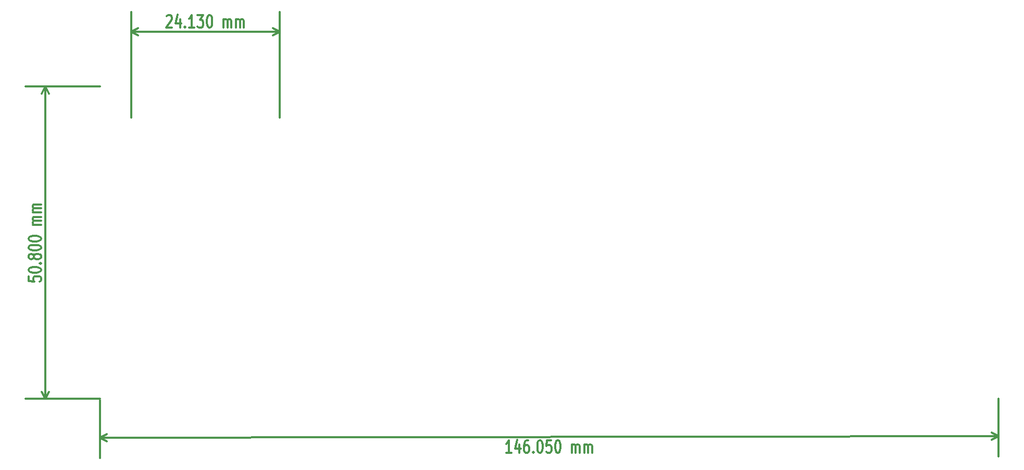
<source format=gbr>
G04 #@! TF.FileFunction,Drawing*
%FSLAX46Y46*%
G04 Gerber Fmt 4.6, Leading zero omitted, Abs format (unit mm)*
G04 Created by KiCad (PCBNEW 4.0.5+dfsg1-4) date Sun Dec 29 19:54:52 2019*
%MOMM*%
%LPD*%
G01*
G04 APERTURE LIST*
%ADD10C,0.100000*%
%ADD11C,0.304800*%
G04 APERTURE END LIST*
D10*
D11*
X45521639Y-85525430D02*
X45521639Y-86251144D01*
X46489258Y-86323715D01*
X46392496Y-86251144D01*
X46295734Y-86106001D01*
X46295734Y-85743144D01*
X46392496Y-85598001D01*
X46489258Y-85525430D01*
X46682782Y-85452858D01*
X47166591Y-85452858D01*
X47360115Y-85525430D01*
X47456877Y-85598001D01*
X47553639Y-85743144D01*
X47553639Y-86106001D01*
X47456877Y-86251144D01*
X47360115Y-86323715D01*
X45521639Y-84509429D02*
X45521639Y-84364286D01*
X45618401Y-84219143D01*
X45715163Y-84146572D01*
X45908687Y-84074001D01*
X46295734Y-84001429D01*
X46779544Y-84001429D01*
X47166591Y-84074001D01*
X47360115Y-84146572D01*
X47456877Y-84219143D01*
X47553639Y-84364286D01*
X47553639Y-84509429D01*
X47456877Y-84654572D01*
X47360115Y-84727143D01*
X47166591Y-84799715D01*
X46779544Y-84872286D01*
X46295734Y-84872286D01*
X45908687Y-84799715D01*
X45715163Y-84727143D01*
X45618401Y-84654572D01*
X45521639Y-84509429D01*
X47360115Y-83348286D02*
X47456877Y-83275714D01*
X47553639Y-83348286D01*
X47456877Y-83420857D01*
X47360115Y-83348286D01*
X47553639Y-83348286D01*
X46392496Y-82404858D02*
X46295734Y-82550000D01*
X46198972Y-82622572D01*
X46005449Y-82695143D01*
X45908687Y-82695143D01*
X45715163Y-82622572D01*
X45618401Y-82550000D01*
X45521639Y-82404858D01*
X45521639Y-82114572D01*
X45618401Y-81969429D01*
X45715163Y-81896858D01*
X45908687Y-81824286D01*
X46005449Y-81824286D01*
X46198972Y-81896858D01*
X46295734Y-81969429D01*
X46392496Y-82114572D01*
X46392496Y-82404858D01*
X46489258Y-82550000D01*
X46586020Y-82622572D01*
X46779544Y-82695143D01*
X47166591Y-82695143D01*
X47360115Y-82622572D01*
X47456877Y-82550000D01*
X47553639Y-82404858D01*
X47553639Y-82114572D01*
X47456877Y-81969429D01*
X47360115Y-81896858D01*
X47166591Y-81824286D01*
X46779544Y-81824286D01*
X46586020Y-81896858D01*
X46489258Y-81969429D01*
X46392496Y-82114572D01*
X45521639Y-80880857D02*
X45521639Y-80735714D01*
X45618401Y-80590571D01*
X45715163Y-80518000D01*
X45908687Y-80445429D01*
X46295734Y-80372857D01*
X46779544Y-80372857D01*
X47166591Y-80445429D01*
X47360115Y-80518000D01*
X47456877Y-80590571D01*
X47553639Y-80735714D01*
X47553639Y-80880857D01*
X47456877Y-81026000D01*
X47360115Y-81098571D01*
X47166591Y-81171143D01*
X46779544Y-81243714D01*
X46295734Y-81243714D01*
X45908687Y-81171143D01*
X45715163Y-81098571D01*
X45618401Y-81026000D01*
X45521639Y-80880857D01*
X45521639Y-79429428D02*
X45521639Y-79284285D01*
X45618401Y-79139142D01*
X45715163Y-79066571D01*
X45908687Y-78994000D01*
X46295734Y-78921428D01*
X46779544Y-78921428D01*
X47166591Y-78994000D01*
X47360115Y-79066571D01*
X47456877Y-79139142D01*
X47553639Y-79284285D01*
X47553639Y-79429428D01*
X47456877Y-79574571D01*
X47360115Y-79647142D01*
X47166591Y-79719714D01*
X46779544Y-79792285D01*
X46295734Y-79792285D01*
X45908687Y-79719714D01*
X45715163Y-79647142D01*
X45618401Y-79574571D01*
X45521639Y-79429428D01*
X47553639Y-77107142D02*
X46198972Y-77107142D01*
X46392496Y-77107142D02*
X46295734Y-77034570D01*
X46198972Y-76889428D01*
X46198972Y-76671713D01*
X46295734Y-76526570D01*
X46489258Y-76453999D01*
X47553639Y-76453999D01*
X46489258Y-76453999D02*
X46295734Y-76381428D01*
X46198972Y-76236285D01*
X46198972Y-76018570D01*
X46295734Y-75873428D01*
X46489258Y-75800856D01*
X47553639Y-75800856D01*
X47553639Y-75075142D02*
X46198972Y-75075142D01*
X46392496Y-75075142D02*
X46295734Y-75002570D01*
X46198972Y-74857428D01*
X46198972Y-74639713D01*
X46295734Y-74494570D01*
X46489258Y-74421999D01*
X47553639Y-74421999D01*
X46489258Y-74421999D02*
X46295734Y-74349428D01*
X46198972Y-74204285D01*
X46198972Y-73986570D01*
X46295734Y-73841428D01*
X46489258Y-73768856D01*
X47553639Y-73768856D01*
X48260001Y-105410000D02*
X48260001Y-54610000D01*
X57150000Y-105410000D02*
X45008801Y-105410000D01*
X57150000Y-54610000D02*
X45008801Y-54610000D01*
X48260001Y-54610000D02*
X48846422Y-55736504D01*
X48260001Y-54610000D02*
X47673580Y-55736504D01*
X48260001Y-105410000D02*
X48846422Y-104283496D01*
X48260001Y-105410000D02*
X47673580Y-104283496D01*
X124021463Y-114187657D02*
X123150607Y-114189171D01*
X123586035Y-114188414D02*
X123582501Y-112156417D01*
X123437863Y-112446955D01*
X123293058Y-112640731D01*
X123148083Y-112737745D01*
X125325391Y-112830720D02*
X125327747Y-114185385D01*
X124961188Y-112057257D02*
X124600856Y-113509315D01*
X125544283Y-113507674D01*
X126775640Y-112150864D02*
X126485354Y-112151368D01*
X126340380Y-112248383D01*
X126267977Y-112345271D01*
X126123339Y-112635809D01*
X126051442Y-113022981D01*
X126052788Y-113797075D01*
X126125695Y-113990473D01*
X126198435Y-114087108D01*
X126343745Y-114183618D01*
X126634031Y-114183113D01*
X126779006Y-114086099D01*
X126851408Y-113989211D01*
X126923643Y-113795561D01*
X126922802Y-113311752D01*
X126849894Y-113118355D01*
X126777154Y-113021719D01*
X126631843Y-112925210D01*
X126341558Y-112925715D01*
X126196584Y-113022729D01*
X126124181Y-113119617D01*
X126051946Y-113313267D01*
X127577122Y-113987948D02*
X127649862Y-114084584D01*
X127577459Y-114181472D01*
X127504719Y-114084837D01*
X127577122Y-113987948D01*
X127577459Y-114181472D01*
X128589923Y-112147708D02*
X128735066Y-112147456D01*
X128880377Y-112243965D01*
X128953116Y-112340601D01*
X129026024Y-112533998D01*
X129099269Y-112920919D01*
X129100110Y-113404728D01*
X129028211Y-113791901D01*
X128955977Y-113985550D01*
X128883574Y-114082439D01*
X128738600Y-114179453D01*
X128593457Y-114179705D01*
X128448146Y-114083196D01*
X128375407Y-113986560D01*
X128302498Y-113793163D01*
X128229254Y-113406242D01*
X128228413Y-112922433D01*
X128300311Y-112535261D01*
X128372546Y-112341611D01*
X128444949Y-112244723D01*
X128589923Y-112147708D01*
X130476777Y-112144427D02*
X129751064Y-112145689D01*
X129680176Y-113113433D01*
X129752579Y-113016545D01*
X129897553Y-112919530D01*
X130260410Y-112918899D01*
X130405721Y-113015409D01*
X130478460Y-113112044D01*
X130551369Y-113305442D01*
X130552210Y-113789250D01*
X130479975Y-113982900D01*
X130407572Y-114079788D01*
X130262598Y-114176802D01*
X129899741Y-114177433D01*
X129754430Y-114080924D01*
X129681691Y-113984288D01*
X131492777Y-112142660D02*
X131637920Y-112142407D01*
X131783231Y-112238917D01*
X131855970Y-112335553D01*
X131928877Y-112528950D01*
X132002122Y-112915870D01*
X132002964Y-113399680D01*
X131931065Y-113786852D01*
X131858831Y-113980502D01*
X131786428Y-114077390D01*
X131641453Y-114174404D01*
X131496311Y-114174657D01*
X131351000Y-114078147D01*
X131278260Y-113981512D01*
X131205352Y-113788114D01*
X131132108Y-113401194D01*
X131131267Y-112917385D01*
X131203164Y-112530212D01*
X131275400Y-112336562D01*
X131347802Y-112239674D01*
X131492777Y-112142660D01*
X133818593Y-114170618D02*
X133816237Y-112815953D01*
X133816574Y-113009477D02*
X133888977Y-112912589D01*
X134033951Y-112815574D01*
X134251666Y-112815196D01*
X134396977Y-112911705D01*
X134469884Y-113105103D01*
X134471735Y-114169482D01*
X134469884Y-113105103D02*
X134542118Y-112911453D01*
X134687093Y-112814439D01*
X134904808Y-112814060D01*
X135050118Y-112910569D01*
X135123026Y-113103967D01*
X135124877Y-114168346D01*
X135850590Y-114167084D02*
X135848234Y-112812419D01*
X135848571Y-113005943D02*
X135920974Y-112909055D01*
X136065948Y-112812041D01*
X136283663Y-112811662D01*
X136428974Y-112908171D01*
X136501881Y-113101569D01*
X136503732Y-114165948D01*
X136501881Y-113101569D02*
X136574115Y-112907919D01*
X136719090Y-112810905D01*
X136936805Y-112810526D01*
X137082115Y-112907035D01*
X137155023Y-113100433D01*
X137156874Y-114164812D01*
X57160600Y-111759095D02*
X203210600Y-111505095D01*
X57150000Y-105664000D02*
X57166254Y-115010290D01*
X203200000Y-105410000D02*
X203216254Y-114756290D01*
X203210600Y-111505095D02*
X202085118Y-112093474D01*
X203210600Y-111505095D02*
X202083078Y-110920634D01*
X57160600Y-111759095D02*
X58288122Y-112343556D01*
X57160600Y-111759095D02*
X58286082Y-111170716D01*
X67981285Y-43175162D02*
X68053856Y-43078400D01*
X68198999Y-42981638D01*
X68561856Y-42981638D01*
X68706999Y-43078400D01*
X68779570Y-43175162D01*
X68852142Y-43368686D01*
X68852142Y-43562210D01*
X68779570Y-43852495D01*
X67908713Y-45013638D01*
X68852142Y-45013638D01*
X70158428Y-43658971D02*
X70158428Y-45013638D01*
X69795571Y-42884876D02*
X69432714Y-44336305D01*
X70376142Y-44336305D01*
X70956714Y-44820114D02*
X71029286Y-44916876D01*
X70956714Y-45013638D01*
X70884143Y-44916876D01*
X70956714Y-44820114D01*
X70956714Y-45013638D01*
X72480714Y-45013638D02*
X71609857Y-45013638D01*
X72045285Y-45013638D02*
X72045285Y-42981638D01*
X71900142Y-43271924D01*
X71755000Y-43465448D01*
X71609857Y-43562210D01*
X72988714Y-42981638D02*
X73932143Y-42981638D01*
X73424143Y-43755733D01*
X73641857Y-43755733D01*
X73787000Y-43852495D01*
X73859571Y-43949257D01*
X73932143Y-44142781D01*
X73932143Y-44626590D01*
X73859571Y-44820114D01*
X73787000Y-44916876D01*
X73641857Y-45013638D01*
X73206429Y-45013638D01*
X73061286Y-44916876D01*
X72988714Y-44820114D01*
X74875572Y-42981638D02*
X75020715Y-42981638D01*
X75165858Y-43078400D01*
X75238429Y-43175162D01*
X75311000Y-43368686D01*
X75383572Y-43755733D01*
X75383572Y-44239543D01*
X75311000Y-44626590D01*
X75238429Y-44820114D01*
X75165858Y-44916876D01*
X75020715Y-45013638D01*
X74875572Y-45013638D01*
X74730429Y-44916876D01*
X74657858Y-44820114D01*
X74585286Y-44626590D01*
X74512715Y-44239543D01*
X74512715Y-43755733D01*
X74585286Y-43368686D01*
X74657858Y-43175162D01*
X74730429Y-43078400D01*
X74875572Y-42981638D01*
X77197858Y-45013638D02*
X77197858Y-43658971D01*
X77197858Y-43852495D02*
X77270430Y-43755733D01*
X77415572Y-43658971D01*
X77633287Y-43658971D01*
X77778430Y-43755733D01*
X77851001Y-43949257D01*
X77851001Y-45013638D01*
X77851001Y-43949257D02*
X77923572Y-43755733D01*
X78068715Y-43658971D01*
X78286430Y-43658971D01*
X78431572Y-43755733D01*
X78504144Y-43949257D01*
X78504144Y-45013638D01*
X79229858Y-45013638D02*
X79229858Y-43658971D01*
X79229858Y-43852495D02*
X79302430Y-43755733D01*
X79447572Y-43658971D01*
X79665287Y-43658971D01*
X79810430Y-43755733D01*
X79883001Y-43949257D01*
X79883001Y-45013638D01*
X79883001Y-43949257D02*
X79955572Y-43755733D01*
X80100715Y-43658971D01*
X80318430Y-43658971D01*
X80463572Y-43755733D01*
X80536144Y-43949257D01*
X80536144Y-45013638D01*
X62230000Y-45720000D02*
X86360000Y-45720000D01*
X62230000Y-59690000D02*
X62230000Y-42468800D01*
X86360000Y-59690000D02*
X86360000Y-42468800D01*
X86360000Y-45720000D02*
X85233496Y-46306421D01*
X86360000Y-45720000D02*
X85233496Y-45133579D01*
X62230000Y-45720000D02*
X63356504Y-46306421D01*
X62230000Y-45720000D02*
X63356504Y-45133579D01*
M02*

</source>
